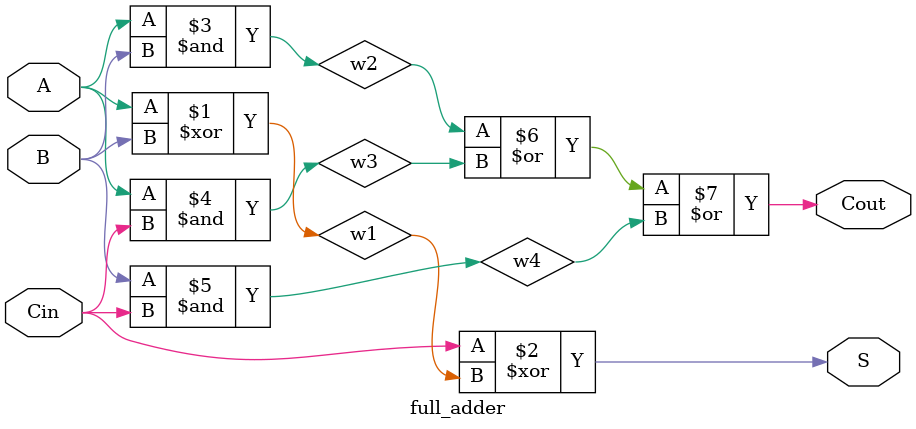
<source format=v>
module full_adder(S, Cout, A, B, Cin);
   output S,Cout;
   input  A,B,Cin;
  
   wire   w1,w2,w3,w4;
      
   xor(w1, A, B);
   xor(S, Cin, w1);
   and(w2, A, B);   
   and(w3, A, Cin);
   and(w4, B, Cin);   
   or(Cout, w2, w3, w4);
endmodule 
</source>
